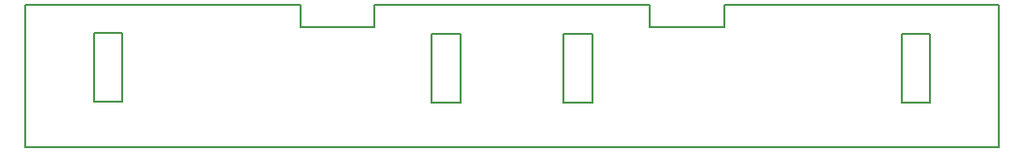
<source format=gbr>
G04 #@! TF.FileFunction,Profile,NP*
%FSLAX46Y46*%
G04 Gerber Fmt 4.6, Leading zero omitted, Abs format (unit mm)*
G04 Created by KiCad (PCBNEW 4.1.0-alpha+201608171232+7063~46~ubuntu14.04.1-product) date Tue Aug 30 16:08:06 2016*
%MOMM*%
%LPD*%
G01*
G04 APERTURE LIST*
%ADD10C,0.600000*%
%ADD11C,0.150000*%
G04 APERTURE END LIST*
D10*
D11*
X124500000Y-75100000D02*
X124500000Y-81100000D01*
X122000000Y-81100000D02*
X122000000Y-75100000D01*
X124500000Y-81100000D02*
X122000000Y-81100000D01*
X122000000Y-75100000D02*
X124500000Y-75100000D01*
X151500000Y-81100000D02*
X151500000Y-75100000D01*
X154000000Y-75100000D02*
X154000000Y-81100000D01*
X151500000Y-75100000D02*
X154000000Y-75100000D01*
X154000000Y-81100000D02*
X151500000Y-81100000D01*
X110500000Y-81100000D02*
X110500000Y-75100000D01*
X110500000Y-75100000D02*
X113000000Y-75100000D01*
X113000000Y-75100000D02*
X113000000Y-81100000D01*
X113000000Y-81100000D02*
X110500000Y-81100000D01*
X83500000Y-81000000D02*
X81000000Y-81000000D01*
X83500000Y-75000000D02*
X83500000Y-81000000D01*
X81000000Y-75000000D02*
X83500000Y-75000000D01*
X81000000Y-81000000D02*
X81000000Y-75000000D01*
X136000000Y-72500000D02*
X160000000Y-72500000D01*
X136000000Y-74500000D02*
X136000000Y-72500000D01*
X129500000Y-74500000D02*
X136000000Y-74500000D01*
X129500000Y-72500000D02*
X129500000Y-74500000D01*
X105500000Y-72500000D02*
X129500000Y-72500000D01*
X105500000Y-74500000D02*
X105500000Y-72500000D01*
X99000000Y-74500000D02*
X105500000Y-74500000D01*
X99000000Y-72500000D02*
X99000000Y-74500000D01*
X75000000Y-72500000D02*
X99000000Y-72500000D01*
X160000000Y-72500000D02*
X160000000Y-85000000D01*
X75000000Y-85000000D02*
X75000000Y-72500000D01*
X75000000Y-85000000D02*
X160000000Y-85000000D01*
M02*

</source>
